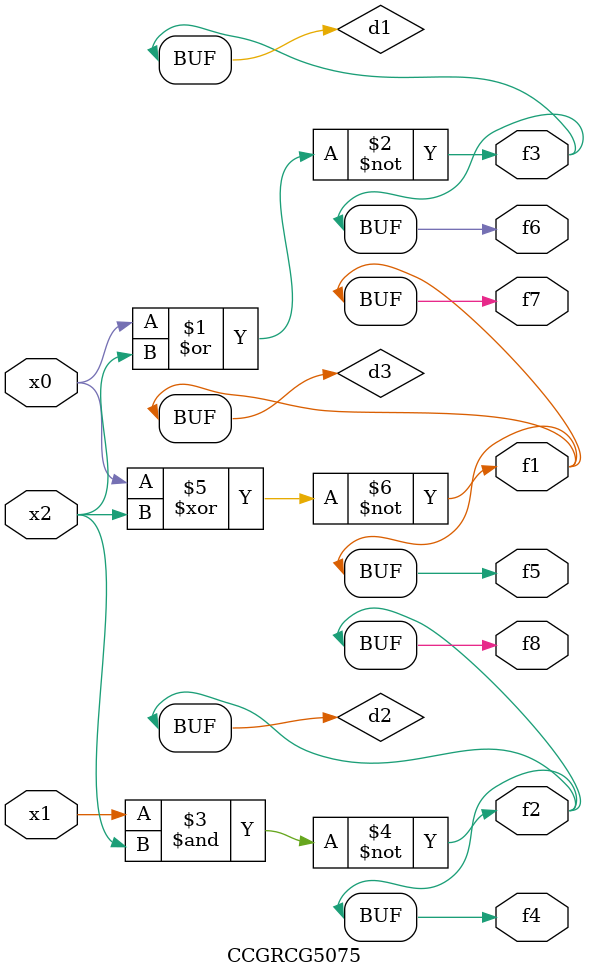
<source format=v>
module CCGRCG5075(
	input x0, x1, x2,
	output f1, f2, f3, f4, f5, f6, f7, f8
);

	wire d1, d2, d3;

	nor (d1, x0, x2);
	nand (d2, x1, x2);
	xnor (d3, x0, x2);
	assign f1 = d3;
	assign f2 = d2;
	assign f3 = d1;
	assign f4 = d2;
	assign f5 = d3;
	assign f6 = d1;
	assign f7 = d3;
	assign f8 = d2;
endmodule

</source>
